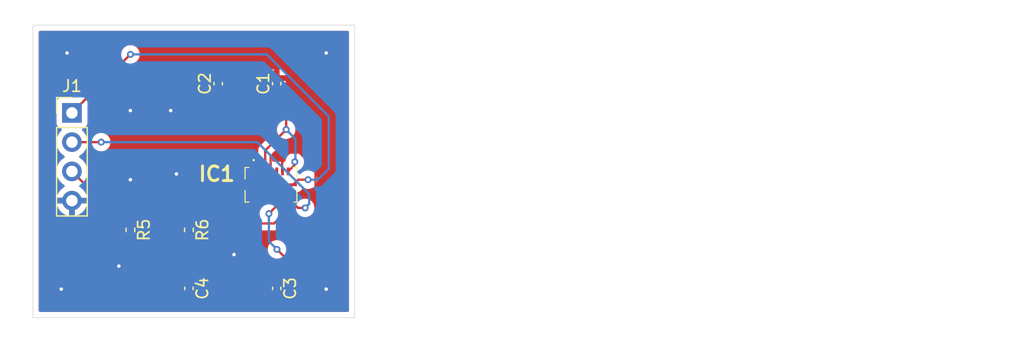
<source format=kicad_pcb>
(kicad_pcb (version 20221018) (generator pcbnew)
  (layers (0 "F.Cu" signal) (31 "B.Cu" signal) (35 "F.Paste" user) (37 "F.SilkS" user "F.Silkscreen") (39 "F.Mask" user) (44 "Edge.Cuts" user))
  (net 0 "")
  (net 1 "VDD")
  (net 2 "GND")
  (net 3 "SCL")
  (net 4 "SDA")
  (net 5 "AD0")
  (net 6 "AD1")
  (footprint "Connector_PinHeader_2.54mm:PinHeader_1x04_P2.54mm_Vertical" (layer "F.Cu") (at 69.425 76.2)
    (fp_text reference "J1" (at 0 -2.33) (layer "F.SilkS"))
    (fp_text value "Conn_01x04_Pin")
    (fp_line (start -1.33 -1.33) (end 0 -1.33) (stroke (width 0.12)) (layer "F.SilkS"))
    (fp_line (start -1.33 0) (end -1.33 -1.33) (stroke (width 0.12)) (layer "F.SilkS"))
    (fp_line (start -1.33 1.27) (end -1.33 8.95) (stroke (width 0.12)) (layer "F.SilkS"))
    (fp_line (start -1.33 1.27) (end 1.33 1.27) (stroke (width 0.12)) (layer "F.SilkS"))
    (fp_line (start -1.33 8.95) (end 1.33 8.95) (stroke (width 0.12)) (layer "F.SilkS"))
    (fp_line (start 1.33 1.27) (end 1.33 8.95) (stroke (width 0.12)) (layer "F.SilkS"))
    (pad "1" thru_hole rect (at 0 0) (size 1.7 1.7) (drill 1) (layers "*.Cu" "*.Mask") (net 3 "SCL"))
    (pad "2" thru_hole oval (at 0 2.54) (size 1.7 1.7) (drill 1) (layers "*.Cu" "*.Mask") (net 4 "SDA"))
    (pad "3" thru_hole oval (at 0 5.08) (size 1.7 1.7) (drill 1) (layers "*.Cu" "*.Mask") (net 1 "VDD"))
    (pad "4" thru_hole oval (at 0 7.62) (size 1.7 1.7) (drill 1) (layers "*.Cu" "*.Mask") (net 2 "GND"))
  )
  (footprint "Resistor_SMD:R_0402_1005Metric" (layer "F.Cu") (at 74.505 86.36 -90)
    (fp_text reference "R5" (at 0 -1.17 90) (layer "F.SilkS"))
    (fp_text value "4.7K")
    (fp_line (start -0.153641 -0.38) (end 0.153641 -0.38) (stroke (width 0.12)) (layer "F.SilkS"))
    (fp_line (start -0.153641 0.38) (end 0.153641 0.38) (stroke (width 0.12)) (layer "F.SilkS"))
    (pad "1" smd roundrect (at -0.51 0 270) (size 0.54 0.64) (layers "F.Cu" "F.Paste" "F.Mask") (net 5 "AD0"))
    (pad "2" smd roundrect (at 0.51 0 270) (size 0.54 0.64) (layers "F.Cu" "F.Paste" "F.Mask") (net 1 "VDD"))
  )
  (footprint "Capacitor_SMD:C_0402_1005Metric" (layer "F.Cu") (at 82.125 73.66 90)
    (fp_text reference "C2" (at 0 -1.16 90) (layer "F.SilkS"))
    (fp_text value "100nF")
    (fp_line (start -0.107836 -0.36) (end 0.107836 -0.36) (stroke (width 0.12)) (layer "F.SilkS"))
    (fp_line (start -0.107836 0.36) (end 0.107836 0.36) (stroke (width 0.12)) (layer "F.SilkS"))
    (pad "1" smd roundrect (at -0.48 0 90) (size 0.56 0.62) (layers "F.Cu" "F.Paste" "F.Mask") (net 1 "VDD"))
    (pad "2" smd roundrect (at 0.48 0 90) (size 0.56 0.62) (layers "F.Cu" "F.Paste" "F.Mask") (net 2 "GND"))
  )
  (footprint "Capacitor_SMD:C_0402_1005Metric" (layer "F.Cu") (at 87.205 73.66 90)
    (fp_text reference "C1" (at 0 -1.16 90) (layer "F.SilkS"))
    (fp_text value "10μF")
    (fp_line (start -0.107836 -0.36) (end 0.107836 -0.36) (stroke (width 0.12)) (layer "F.SilkS"))
    (fp_line (start -0.107836 0.36) (end 0.107836 0.36) (stroke (width 0.12)) (layer "F.SilkS"))
    (pad "1" smd roundrect (at -0.48 0 90) (size 0.56 0.62) (layers "F.Cu" "F.Paste" "F.Mask") (net 1 "VDD"))
    (pad "2" smd roundrect (at 0.48 0 90) (size 0.56 0.62) (layers "F.Cu" "F.Paste" "F.Mask") (net 2 "GND"))
  )
  (footprint "Resistor_SMD:R_0402_1005Metric" (layer "F.Cu") (at 79.585 86.36 -90)
    (fp_text reference "R6" (at 0 -1.17 90) (layer "F.SilkS"))
    (fp_text value "4.7K")
    (fp_line (start -0.153641 -0.38) (end 0.153641 -0.38) (stroke (width 0.12)) (layer "F.SilkS"))
    (fp_line (start -0.153641 0.38) (end 0.153641 0.38) (stroke (width 0.12)) (layer "F.SilkS"))
    (pad "1" smd roundrect (at -0.51 0 270) (size 0.54 0.64) (layers "F.Cu" "F.Paste" "F.Mask") (net 6 "AD1"))
    (pad "2" smd roundrect (at 0.51 0 270) (size 0.54 0.64) (layers "F.Cu" "F.Paste" "F.Mask") (net 1 "VDD"))
  )
  (footprint "Capacitor_SMD:C_0402_1005Metric" (layer "F.Cu") (at 79.585 91.44 -90)
    (fp_text reference "C4" (at 0 -1.16 90) (layer "F.SilkS"))
    (fp_text value "100nF")
    (fp_line (start -0.107836 -0.36) (end 0.107836 -0.36) (stroke (width 0.12)) (layer "F.SilkS"))
    (fp_line (start -0.107836 0.36) (end 0.107836 0.36) (stroke (width 0.12)) (layer "F.SilkS"))
    (pad "1" smd roundrect (at -0.48 0 270) (size 0.56 0.62) (layers "F.Cu" "F.Paste" "F.Mask") (net 1 "VDD"))
    (pad "2" smd roundrect (at 0.48 0 270) (size 0.56 0.62) (layers "F.Cu" "F.Paste" "F.Mask") (net 2 "GND"))
  )
  (footprint "WOBC_librsries:BMI088" (layer "F.Cu") (at 86.705 82.445)
    (fp_text reference "IC1" (at -4.705 -0.945) (layer "F.SilkS") (effects (font (size 1.27 1.27) (thickness 0.254))))
    (fp_text value "BMI088" hide)
    (fp_line (start -2.25 -1.5) (end -1.915 -1.5) (stroke (width 0.1)) (layer "F.SilkS"))
    (fp_line (start -2.25 -0.5) (end -2.25 -1.5) (stroke (width 0.1)) (layer "F.SilkS"))
    (fp_line (start -2.25 0.5) (end -2.25 0.5) (stroke (width 0.1)) (layer "F.SilkS"))
    (fp_line (start -2.25 1.5) (end -2.25 0.5) (stroke (width 0.1)) (layer "F.SilkS"))
    (fp_line (start -1.915 1.5) (end -2.25 1.5) (stroke (width 0.1)) (layer "F.SilkS"))
    (fp_line (start -1.5 -2.2) (end -1.5 -2.2) (stroke (width 0.1)) (layer "F.SilkS"))
    (fp_line (start -1.5 -2.1) (end -1.5 -2.1) (stroke (width 0.1)) (layer "F.SilkS"))
    (fp_line (start 1.915 -1.5) (end 2.25 -1.5) (stroke (width 0.1)) (layer "F.SilkS"))
    (fp_line (start 2 1.5) (end 2.25 1.5) (stroke (width 0.1)) (layer "F.SilkS"))
    (fp_line (start 2.25 -1.5) (end 2.25 -0.5) (stroke (width 0.1)) (layer "F.SilkS"))
    (fp_line (start 2.25 1.5) (end 2.25 0.5) (stroke (width 0.1)) (layer "F.SilkS"))
    (fp_arc (start -1.5 -2.2) (mid -1.45 -2.15) (end -1.5 -2.1) (stroke (width 0.1)) (layer "F.SilkS"))
    (fp_arc (start -1.5 -2.1) (mid -1.55 -2.15) (end -1.5 -2.2) (stroke (width 0.1)) (layer "F.SilkS"))
    (pad "1" smd rect (at -1.5 -1.165) (size 0.25 0.675) (layers "F.Cu" "F.Paste" "F.Mask"))
    (pad "2" smd rect (at -1 -1.165) (size 0.25 0.675) (layers "F.Cu" "F.Paste" "F.Mask"))
    (pad "3" smd rect (at -0.5 -1.165) (size 0.25 0.675) (layers "F.Cu" "F.Paste" "F.Mask") (net 1 "VDD"))
    (pad "4" smd rect (at 0 -1.165) (size 0.25 0.675) (layers "F.Cu" "F.Paste" "F.Mask") (net 2 "GND"))
    (pad "5" smd rect (at 0.5 -1.165) (size 0.25 0.675) (layers "F.Cu" "F.Paste" "F.Mask"))
    (pad "6" smd rect (at 1 -1.165) (size 0.25 0.675) (layers "F.Cu" "F.Paste" "F.Mask") (net 2 "GND"))
    (pad "7" smd rect (at 1.5 -1.165) (size 0.25 0.675) (layers "F.Cu" "F.Paste" "F.Mask") (net 1 "VDD"))
    (pad "8" smd rect (at 1.915 0 90) (size 0.25 0.675) (layers "F.Cu" "F.Paste" "F.Mask") (net 3 "SCL"))
    (pad "9" smd rect (at 1.5 1.165) (size 0.25 0.675) (layers "F.Cu" "F.Paste" "F.Mask") (net 4 "SDA"))
    (pad "10" smd rect (at 1 1.165) (size 0.25 0.675) (layers "F.Cu" "F.Paste" "F.Mask") (net 6 "AD1"))
    (pad "11" smd rect (at 0.5 1.165) (size 0.25 0.675) (layers "F.Cu" "F.Paste" "F.Mask") (net 1 "VDD"))
    (pad "12" smd rect (at 0 1.165) (size 0.25 0.675) (layers "F.Cu" "F.Paste" "F.Mask"))
    (pad "13" smd rect (at -0.5 1.165) (size 0.25 0.675) (layers "F.Cu" "F.Paste" "F.Mask"))
    (pad "14" smd rect (at -1 1.165) (size 0.25 0.675) (layers "F.Cu" "F.Paste" "F.Mask"))
    (pad "15" smd rect (at -1.5 1.165) (size 0.25 0.675) (layers "F.Cu" "F.Paste" "F.Mask") (net 5 "AD0"))
    (pad "16" smd rect (at -1.915 0 90) (size 0.25 0.675) (layers "F.Cu" "F.Paste" "F.Mask"))
  )
  (footprint "Capacitor_SMD:C_0402_1005Metric" (layer "F.Cu") (at 87.205 91.44 -90)
    (fp_text reference "C3" (at 0 -1.16 90) (layer "F.SilkS"))
    (fp_text value "10μF")
    (fp_line (start -0.107836 -0.36) (end 0.107836 -0.36) (stroke (width 0.12)) (layer "F.SilkS"))
    (fp_line (start -0.107836 0.36) (end 0.107836 0.36) (stroke (width 0.12)) (layer "F.SilkS"))
    (pad "1" smd roundrect (at -0.48 0 270) (size 0.56 0.62) (layers "F.Cu" "F.Paste" "F.Mask") (net 1 "VDD"))
    (pad "2" smd roundrect (at 0.48 0 270) (size 0.56 0.62) (layers "F.Cu" "F.Paste" "F.Mask") (net 2 "GND"))
  )
  (gr_line (start 93.98 93.98) (end 93.98 68.58) (stroke (width 0.05)) (layer "Edge.Cuts"))
  (gr_line (start 66.04 68.58) (end 66.04 93.98) (stroke (width 0.05)) (layer "Edge.Cuts"))
  (gr_line (start 93.98 68.58) (end 66.04 68.58) (stroke (width 0.05)) (layer "Edge.Cuts"))
  (gr_line (start 66.04 93.98) (end 93.98 93.98) (stroke (width 0.05)) (layer "Edge.Cuts"))
  (segment (start 79.975 87.26) (end 79.975 88.55) (width 0.2) (layer "F.Cu") (net 1))
  (segment (start 79.025 90.4) (end 79.585 90.96) (width 0.2) (layer "F.Cu") (net 1))
  (segment (start 87.205 90.96) (end 88.075 90.09) (width 0.2) (layer "F.Cu") (net 1))
  (segment (start 74.505 86.87) (end 72.855 86.87) (width 0.2) (layer "F.Cu") (net 1))
  (segment (start 87.205 83.61) (end 87.205 82.93) (width 0.2) (layer "F.Cu") (net 1))
  (segment (start 72.855 86.87) (end 71.125 85.14) (width 0.2) (layer "F.Cu") (net 1))
  (segment (start 87.205 84.27) (end 87.205 83.61) (width 0.2) (layer "F.Cu") (net 1))
  (segment (start 79.585 86.87) (end 79.975 87.26) (width 0.2) (layer "F.Cu") (net 1))
  (segment (start 88.025 77.65) (end 86.205 79.47) (width 0.2) (layer "F.Cu") (net 1))
  (segment (start 79.025 89.5) (end 79.025 90.4) (width 0.2) (layer "F.Cu") (net 1))
  (segment (start 87.205 74.14) (end 87.265 74.14) (width 0.2) (layer "F.Cu") (net 1))
  (segment (start 86.205 79.47) (end 86.205 81.28) (width 0.2) (layer "F.Cu") (net 1))
  (segment (start 88.775 80.71) (end 88.205 81.28) (width 0.2) (layer "F.Cu") (net 1))
  (segment (start 74.505 86.87) (end 79.585 86.87) (width 0.2) (layer "F.Cu") (net 1))
  (segment (start 87.175 83.64) (end 87.205 83.61) (width 0.2) (layer "F.Cu") (net 1))
  (segment (start 79.975 88.55) (end 79.025 89.5) (width 0.2) (layer "F.Cu") (net 1))
  (segment (start 71.125 85.14) (end 71.125 82.98) (width 0.2) (layer "F.Cu") (net 1))
  (segment (start 82.125 74.14) (end 87.205 74.14) (width 0.2) (layer "F.Cu") (net 1))
  (segment (start 86.205 81.93) (end 86.205 81.28) (width 0.2) (layer "F.Cu") (net 1))
  (segment (start 88.075 88.9) (end 87.225 88.05) (width 0.2) (layer "F.Cu") (net 1))
  (segment (start 88.775 80.45) (end 88.775 80.71) (width 0.2) (layer "F.Cu") (net 1))
  (segment (start 79.585 90.96) (end 87.205 90.96) (width 0.2) (layer "F.Cu") (net 1))
  (segment (start 86.525 84.95) (end 87.205 84.27) (width 0.2) (layer "F.Cu") (net 1))
  (segment (start 87.265 74.14) (end 88.025 74.9) (width 0.2) (layer "F.Cu") (net 1))
  (segment (start 69.425 81.28) (end 71.125 82.98) (width 0.2) (layer "F.Cu") (net 1))
  (segment (start 88.075 90.09) (end 88.075 88.9) (width 0.2) (layer "F.Cu") (net 1))
  (segment (start 87.205 82.93) (end 86.205 81.93) (width 0.2) (layer "F.Cu") (net 1))
  (segment (start 88.025 77.65) (end 88.025 74.9) (width 0.2) (layer "F.Cu") (net 1))
  (via (at 86.525 84.95) (size 0.6) (drill 0.3) (layers "F.Cu" "B.Cu") (net 1))
  (via (at 88.775 80.45) (size 0.6) (drill 0.3) (layers "F.Cu" "B.Cu") (net 1))
  (via (at 87.225 88.05) (size 0.6) (drill 0.3) (layers "F.Cu" "B.Cu") (net 1))
  (via (at 88.025 77.65) (size 0.6) (drill 0.3) (layers "F.Cu" "B.Cu") (net 1))
  (segment (start 86.525 87.35) (end 87.225 88.05) (width 0.2) (layer "B.Cu") (net 1))
  (segment (start 86.525 84.95) (end 86.525 87.35) (width 0.2) (layer "B.Cu") (net 1))
  (segment (start 86.475 84.95) (end 86.525 84.95) (width 0.2) (layer "B.Cu") (net 1))
  (segment (start 88.825 78.45) (end 88.825 80.4) (width 0.2) (layer "B.Cu") (net 1))
  (segment (start 88.825 80.4) (end 88.775 80.45) (width 0.2) (layer "B.Cu") (net 1))
  (segment (start 88.025 77.65) (end 88.825 78.45) (width 0.2) (layer "B.Cu") (net 1))
  (segment (start 86.705 81.28) (end 86.675 81.25) (width 0.2) (layer "F.Cu") (net 2))
  (segment (start 87.725 80.15) (end 87.675 80.15) (width 0.2) (layer "F.Cu") (net 2))
  (segment (start 89.125 79.6) (end 89.125 79.55) (width 0.2) (layer "F.Cu") (net 2))
  (segment (start 90.575 88.55) (end 90.575 81.05) (width 0.2) (layer "F.Cu") (net 2))
  (segment (start 89.125 79.55) (end 89.025 79.65) (width 0.2) (layer "F.Cu") (net 2))
  (segment (start 87.025 79.65) (end 88.225 79.65) (width 0.2) (layer "F.Cu") (net 2))
  (segment (start 89.625 79.05) (end 89.125 79.55) (width 0.2) (layer "F.Cu") (net 2))
  (segment (start 72.445 91.92) (end 69.425 88.9) (width 0.2) (layer "F.Cu") (net 2))
  (segment (start 69.425 88.9) (end 69.425 83.82) (width 0.2) (layer "F.Cu") (net 2))
  (segment (start 87.675 80.15) (end 87.675 81.25) (width 0.2) (layer "F.Cu") (net 2))
  (segment (start 79.585 91.92) (end 72.445 91.92) (width 0.2) (layer "F.Cu") (net 2))
  (segment (start 87.675 81.25) (end 87.705 81.28) (width 0.2) (layer "F.Cu") (net 2))
  (segment (start 89.025 79.65) (end 88.225 79.65) (width 0.2) (layer "F.Cu") (net 2))
  (segment (start 87.205 73.18) (end 89.625 75.6) (width 0.2) (layer "F.Cu") (net 2))
  (segment (start 86.675 81.25) (end 86.675 80) (width 0.2) (layer "F.Cu") (net 2))
  (segment (start 88.225 79.65) (end 87.725 80.15) (width 0.2) (layer "F.Cu") (net 2))
  (segment (start 87.205 91.92) (end 90.575 88.55) (width 0.2) (layer "F.Cu") (net 2))
  (segment (start 79.585 91.92) (end 87.205 91.92) (width 0.2) (layer "F.Cu") (net 2))
  (segment (start 90.575 81.05) (end 89.125 79.6) (width 0.2) (layer "F.Cu") (net 2))
  (segment (start 82.125 73.18) (end 87.205 73.18) (width 0.2) (layer "F.Cu") (net 2))
  (segment (start 86.675 80) (end 87.025 79.65) (width 0.2) (layer "F.Cu") (net 2))
  (segment (start 89.625 75.6) (end 89.625 79.05) (width 0.2) (layer "F.Cu") (net 2))
  (via (at 69 71) (size 0.6) (drill 0.3) (layers "F.Cu" "B.Cu") (net 2))
  (via (at 68.5 91.5) (size 0.6) (drill 0.3) (layers "F.Cu" "B.Cu") (net 2))
  (via (at 78.5 81.5) (size 0.6) (drill 0.3) (layers "F.Cu" "B.Cu") (net 2))
  (via (at 91.5 71) (size 0.6) (drill 0.3) (layers "F.Cu" "B.Cu") (net 2))
  (via (at 91.5 91.5) (size 0.6) (drill 0.3) (layers "F.Cu" "B.Cu") (net 2))
  (via (at 83.5 88.5) (size 0.6) (drill 0.3) (layers "F.Cu" "B.Cu") (net 2))
  (via (at 73.5 89.5) (size 0.6) (drill 0.3) (layers "F.Cu" "B.Cu") (net 2))
  (via (at 78 76) (size 0.6) (drill 0.3) (layers "F.Cu" "B.Cu") (net 2))
  (via (at 74.5 82) (size 0.6) (drill 0.3) (layers "F.Cu" "B.Cu") (net 2))
  (via (at 74.5 76) (size 0.6) (drill 0.3) (layers "F.Cu" "B.Cu") (net 2))
  (segment (start 89.065 82) (end 88.62 82.445) (width 0.2) (layer "F.Cu") (net 3))
  (segment (start 74.505 71.12) (end 69.425 76.2) (width 0.2) (layer "F.Cu") (net 3))
  (segment (start 89.925 82) (end 89.065 82) (width 0.2) (layer "F.Cu") (net 3))
  (via (at 89.925 82) (size 0.6) (drill 0.3) (layers "F.Cu" "B.Cu") (net 3))
  (via (at 74.505 71.12) (size 0.6) (drill 0.3) (layers "F.Cu" "B.Cu") (net 3))
  (segment (start 74.505 71.12) (end 86.345 71.12) (width 0.2) (layer "B.Cu") (net 3))
  (segment (start 86.345 71.12) (end 91.725 76.5) (width 0.2) (layer "B.Cu") (net 3))
  (segment (start 91.725 76.5) (end 91.725 81.05) (width 0.2) (layer "B.Cu") (net 3))
  (segment (start 90.775 82) (end 89.925 82) (width 0.2) (layer "B.Cu") (net 3))
  (segment (start 91.725 81.05) (end 90.775 82) (width 0.2) (layer "B.Cu") (net 3))
  (segment (start 89.045 84.45) (end 88.205 83.61) (width 0.2) (layer "F.Cu") (net 4))
  (segment (start 89.675 84.45) (end 89.045 84.45) (width 0.2) (layer "F.Cu") (net 4))
  (segment (start 69.425 78.74) (end 71.965 78.74) (width 0.2) (layer "F.Cu") (net 4))
  (via (at 71.965 78.74) (size 0.6) (drill 0.3) (layers "F.Cu" "B.Cu") (net 4))
  (via (at 89.675 84.45) (size 0.6) (drill 0.3) (layers "F.Cu" "B.Cu") (net 4))
  (segment (start 90.025 83.25) (end 90.025 84.1) (width 0.2) (layer "B.Cu") (net 4))
  (segment (start 71.965 78.74) (end 85.515 78.74) (width 0.2) (layer "B.Cu") (net 4))
  (segment (start 85.515 78.74) (end 90.025 83.25) (width 0.2) (layer "B.Cu") (net 4))
  (segment (start 90.025 84.1) (end 89.675 84.45) (width 0.2) (layer "B.Cu") (net 4))
  (segment (start 76.745 83.61) (end 85.205 83.61) (width 0.2) (layer "F.Cu") (net 5))
  (segment (start 74.505 85.85) (end 76.745 83.61) (width 0.2) (layer "F.Cu") (net 5))
  (segment (start 87.725 83.63) (end 87.705 83.61) (width 0.2) (layer "F.Cu") (net 6))
  (segment (start 87.725 85.05) (end 87.725 83.63) (width 0.2) (layer "F.Cu") (net 6))
  (segment (start 86.975 85.8) (end 87.725 85.05) (width 0.2) (layer "F.Cu") (net 6))
  (segment (start 79.585 85.85) (end 79.635 85.8) (width 0.2) (layer "F.Cu") (net 6))
  (segment (start 79.635 85.8) (end 86.975 85.8) (width 0.2) (layer "F.Cu") (net 6))
  (zone (net 2) (net_name "GND") (layer "F.Cu") (priority 2) (connect_pads (clearance 0.5)) (min_thickness 0.25) (fill yes (thermal_gap 0.5) (thermal_bridge_width 0.5))
    (polygon (pts (xy 93.5 69) (xy 93.5 93.5) (xy 66.5 93.5) (xy 66.5 69)))
  )
  (zone locked (net 2) (net_name "GND") (layer "B.Cu") (priority 1) (connect_pads (clearance 0.5)) (min_thickness 0.25) (fill yes (thermal_gap 0.5) (thermal_bridge_width 0.5))
    (polygon (pts (xy 93.5 69) (xy 93.5 93.5) (xy 66.5 93.5) (xy 66.5 69)))
  )
)
</source>
